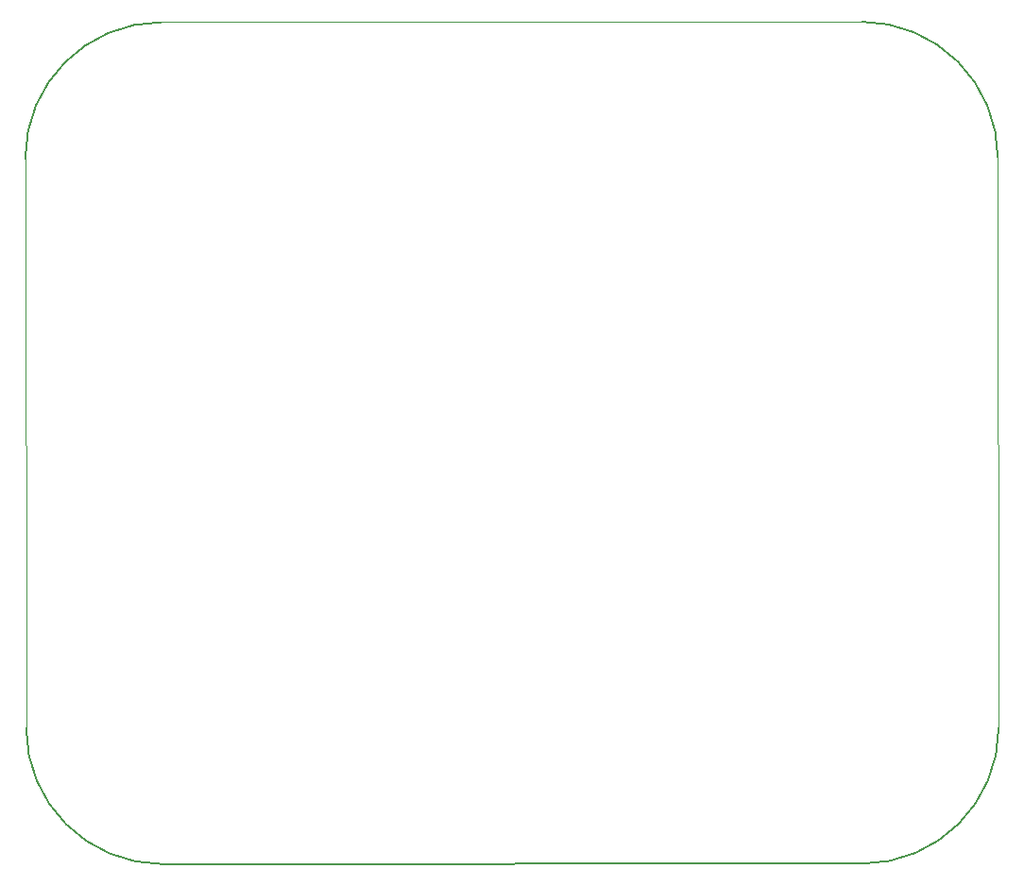
<source format=gbr>
%TF.GenerationSoftware,KiCad,Pcbnew,7.0.10*%
%TF.CreationDate,2024-02-07T01:22:45-06:00*%
%TF.ProjectId,Resistor Bank Control Board,52657369-7374-46f7-9220-42616e6b2043,rev?*%
%TF.SameCoordinates,Original*%
%TF.FileFunction,Profile,NP*%
%FSLAX46Y46*%
G04 Gerber Fmt 4.6, Leading zero omitted, Abs format (unit mm)*
G04 Created by KiCad (PCBNEW 7.0.10) date 2024-02-07 01:22:45*
%MOMM*%
%LPD*%
G01*
G04 APERTURE LIST*
%TA.AperFunction,Profile*%
%ADD10C,0.150000*%
%TD*%
%TA.AperFunction,Profile*%
%ADD11C,0.100000*%
%TD*%
G04 APERTURE END LIST*
D10*
X92038326Y-146500000D02*
X154788326Y-146461674D01*
X166923400Y-83211674D02*
G75*
G03*
X154711674Y-71000000I-12211700J-26D01*
G01*
X91961674Y-71038300D02*
G75*
G03*
X79750000Y-83250000I26J-12211700D01*
G01*
X154788326Y-146461700D02*
G75*
G03*
X167000000Y-134250000I-26J12211700D01*
G01*
D11*
X79750000Y-83250000D02*
X79826652Y-134288326D01*
X91961674Y-71038326D02*
X154711674Y-71000000D01*
D10*
X79826650Y-134288326D02*
G75*
G03*
X92038326Y-146500000I12211680J6D01*
G01*
D11*
X166923348Y-83211674D02*
X167000000Y-134250000D01*
M02*

</source>
